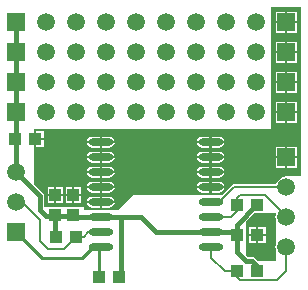
<source format=gtl>
%FSLAX24Y24*%
%MOIN*%
G70*
G01*
G75*
G04 Layer_Physical_Order=1*
G04 Layer_Color=255*
%ADD10R,0.0433X0.0394*%
%ADD11R,0.0394X0.0433*%
%ADD12O,0.0807X0.0236*%
%ADD13C,0.0150*%
%ADD14C,0.0080*%
%ADD15C,0.0100*%
%ADD16R,0.0591X0.0591*%
%ADD17C,0.0591*%
%ADD18C,0.0320*%
G36*
X30000Y37900D02*
Y36360D01*
X29500D01*
Y36358D01*
X29407Y36346D01*
X29321Y36310D01*
X29247Y36253D01*
X29190Y36179D01*
X29161Y36110D01*
X27720D01*
X27691Y36081D01*
X27678Y36072D01*
X27356Y35750D01*
X24387D01*
X24394Y35734D01*
X23910Y35250D01*
X22750D01*
Y35350D01*
X21438Y35351D01*
Y35700D01*
X21438Y35700D01*
X21427Y35753D01*
X21397Y35797D01*
X21090Y36105D01*
Y37343D01*
X21095D01*
Y37600D01*
Y37857D01*
X21090D01*
Y37950D01*
X29000D01*
Y42000D01*
X30000D01*
Y37900D01*
D02*
G37*
G36*
X29150Y35063D02*
X29142Y35000D01*
X29150Y34937D01*
Y34063D01*
X29142Y34000D01*
X29150Y33937D01*
Y33550D01*
X28545D01*
X28447Y33647D01*
X28403Y33677D01*
X28350Y33688D01*
X28207D01*
X28150Y33745D01*
Y34855D01*
X28438Y35143D01*
X28811D01*
Y35150D01*
X29150D01*
Y35063D01*
D02*
G37*
%LPC*%
G36*
X23605Y36182D02*
X23359D01*
Y36040D01*
X23778D01*
X23772Y36070D01*
X23733Y36128D01*
X23674Y36168D01*
X23605Y36182D01*
D02*
G37*
G36*
X26941D02*
X26695D01*
X26626Y36168D01*
X26567Y36128D01*
X26528Y36070D01*
X26522Y36040D01*
X26941D01*
Y36182D01*
D02*
G37*
G36*
X23279Y36460D02*
X22860D01*
X22866Y36430D01*
X22905Y36372D01*
X22964Y36332D01*
X23034Y36318D01*
X23279D01*
Y36460D01*
D02*
G37*
G36*
X27266Y36182D02*
X27021D01*
Y36040D01*
X27440D01*
X27434Y36070D01*
X27395Y36128D01*
X27336Y36168D01*
X27266Y36182D01*
D02*
G37*
G36*
X26941Y35960D02*
X26522D01*
X26528Y35931D01*
X26567Y35872D01*
X26626Y35832D01*
X26695Y35818D01*
X26941D01*
Y35960D01*
D02*
G37*
G36*
X23778D02*
X23359D01*
Y35818D01*
X23605D01*
X23674Y35832D01*
X23733Y35872D01*
X23772Y35931D01*
X23778Y35960D01*
D02*
G37*
G36*
X23279Y36182D02*
X23034D01*
X22964Y36168D01*
X22905Y36128D01*
X22866Y36070D01*
X22860Y36040D01*
X23279D01*
Y36182D01*
D02*
G37*
G36*
X27440Y35960D02*
X27021D01*
Y35818D01*
X27266D01*
X27336Y35832D01*
X27395Y35872D01*
X27434Y35931D01*
X27440Y35960D01*
D02*
G37*
G36*
X23778Y36460D02*
X23359D01*
Y36318D01*
X23605D01*
X23674Y36332D01*
X23733Y36372D01*
X23772Y36430D01*
X23778Y36460D01*
D02*
G37*
G36*
X27266Y36682D02*
X27021D01*
Y36540D01*
X27440D01*
X27434Y36569D01*
X27395Y36628D01*
X27336Y36668D01*
X27266Y36682D01*
D02*
G37*
G36*
X26941D02*
X26695D01*
X26626Y36668D01*
X26567Y36628D01*
X26528Y36569D01*
X26522Y36540D01*
X26941D01*
Y36682D01*
D02*
G37*
G36*
X29855Y36960D02*
X29540D01*
Y36645D01*
X29855D01*
Y36960D01*
D02*
G37*
G36*
X29460D02*
X29145D01*
Y36645D01*
X29460D01*
Y36960D01*
D02*
G37*
G36*
X27440Y36460D02*
X27021D01*
Y36318D01*
X27266D01*
X27336Y36332D01*
X27395Y36372D01*
X27434Y36430D01*
X27440Y36460D01*
D02*
G37*
G36*
X26941D02*
X26522D01*
X26528Y36430D01*
X26567Y36372D01*
X26626Y36332D01*
X26695Y36318D01*
X26941D01*
Y36460D01*
D02*
G37*
G36*
X23605Y36682D02*
X23359D01*
Y36540D01*
X23778D01*
X23772Y36569D01*
X23733Y36628D01*
X23674Y36668D01*
X23605Y36682D01*
D02*
G37*
G36*
X23279D02*
X23034D01*
X22964Y36668D01*
X22905Y36628D01*
X22866Y36569D01*
X22860Y36540D01*
X23279D01*
Y36682D01*
D02*
G37*
G36*
X23778Y35460D02*
X23359D01*
Y35318D01*
X23605D01*
X23674Y35332D01*
X23733Y35372D01*
X23772Y35431D01*
X23778Y35460D01*
D02*
G37*
G36*
X23279D02*
X22860D01*
X22866Y35431D01*
X22905Y35372D01*
X22964Y35332D01*
X23034Y35318D01*
X23279D01*
Y35460D01*
D02*
G37*
G36*
X22057Y35695D02*
X21840D01*
Y35458D01*
X22057D01*
Y35695D01*
D02*
G37*
G36*
X21760D02*
X21543D01*
Y35458D01*
X21760D01*
Y35695D01*
D02*
G37*
G36*
X28811Y34360D02*
X28575D01*
Y34143D01*
X28811D01*
Y34360D01*
D02*
G37*
G36*
X28495D02*
X28258D01*
Y34143D01*
X28495D01*
Y34360D01*
D02*
G37*
G36*
X28811Y34657D02*
X28575D01*
Y34440D01*
X28811D01*
Y34657D01*
D02*
G37*
G36*
X28495D02*
X28258D01*
Y34440D01*
X28495D01*
Y34657D01*
D02*
G37*
G36*
X22360Y35695D02*
X22143D01*
Y35458D01*
X22360D01*
Y35695D01*
D02*
G37*
G36*
Y36011D02*
X22143D01*
Y35775D01*
X22360D01*
Y36011D01*
D02*
G37*
G36*
X22057D02*
X21840D01*
Y35775D01*
X22057D01*
Y36011D01*
D02*
G37*
G36*
X23279Y35960D02*
X22860D01*
X22866Y35931D01*
X22905Y35872D01*
X22964Y35832D01*
X23034Y35818D01*
X23279D01*
Y35960D01*
D02*
G37*
G36*
X22657Y36011D02*
X22440D01*
Y35775D01*
X22657D01*
Y36011D01*
D02*
G37*
G36*
X23279Y35682D02*
X23034D01*
X22964Y35668D01*
X22905Y35628D01*
X22866Y35570D01*
X22860Y35540D01*
X23279D01*
Y35682D01*
D02*
G37*
G36*
X22657Y35695D02*
X22440D01*
Y35458D01*
X22657D01*
Y35695D01*
D02*
G37*
G36*
X21760Y36011D02*
X21543D01*
Y35775D01*
X21760D01*
Y36011D01*
D02*
G37*
G36*
X23605Y35682D02*
X23359D01*
Y35540D01*
X23778D01*
X23772Y35570D01*
X23733Y35628D01*
X23674Y35668D01*
X23605Y35682D01*
D02*
G37*
G36*
X29460Y39460D02*
X29145D01*
Y39145D01*
X29460D01*
Y39460D01*
D02*
G37*
G36*
X29855Y38855D02*
X29540D01*
Y38540D01*
X29855D01*
Y38855D01*
D02*
G37*
G36*
X29460Y39855D02*
X29145D01*
Y39540D01*
X29460D01*
Y39855D01*
D02*
G37*
G36*
X29855Y39460D02*
X29540D01*
Y39145D01*
X29855D01*
Y39460D01*
D02*
G37*
G36*
X29460Y38855D02*
X29145D01*
Y38540D01*
X29460D01*
Y38855D01*
D02*
G37*
G36*
X21411Y37857D02*
X21175D01*
Y37640D01*
X21411D01*
Y37857D01*
D02*
G37*
G36*
X27266Y37682D02*
X27021D01*
Y37540D01*
X27440D01*
X27434Y37569D01*
X27395Y37628D01*
X27336Y37668D01*
X27266Y37682D01*
D02*
G37*
G36*
X29855Y38460D02*
X29540D01*
Y38145D01*
X29855D01*
Y38460D01*
D02*
G37*
G36*
X29460D02*
X29145D01*
Y38145D01*
X29460D01*
Y38460D01*
D02*
G37*
G36*
X29855Y41460D02*
X29540D01*
Y41145D01*
X29855D01*
Y41460D01*
D02*
G37*
G36*
X29460D02*
X29145D01*
Y41145D01*
X29460D01*
Y41460D01*
D02*
G37*
G36*
X29855Y41855D02*
X29540D01*
Y41540D01*
X29855D01*
Y41855D01*
D02*
G37*
G36*
X29460D02*
X29145D01*
Y41540D01*
X29460D01*
Y41855D01*
D02*
G37*
G36*
X29855Y40855D02*
X29540D01*
Y40540D01*
X29855D01*
Y40855D01*
D02*
G37*
G36*
X29460Y40460D02*
X29145D01*
Y40145D01*
X29460D01*
Y40460D01*
D02*
G37*
G36*
X29855Y39855D02*
X29540D01*
Y39540D01*
X29855D01*
Y39855D01*
D02*
G37*
G36*
X29460Y40855D02*
X29145D01*
Y40540D01*
X29460D01*
Y40855D01*
D02*
G37*
G36*
X29855Y40460D02*
X29540D01*
Y40145D01*
X29855D01*
Y40460D01*
D02*
G37*
G36*
X26941Y37182D02*
X26695D01*
X26626Y37168D01*
X26567Y37128D01*
X26528Y37069D01*
X26522Y37040D01*
X26941D01*
Y37182D01*
D02*
G37*
G36*
X23605D02*
X23359D01*
Y37040D01*
X23778D01*
X23772Y37069D01*
X23733Y37128D01*
X23674Y37168D01*
X23605Y37182D01*
D02*
G37*
G36*
X29460Y37355D02*
X29145D01*
Y37040D01*
X29460D01*
Y37355D01*
D02*
G37*
G36*
X27266Y37182D02*
X27021D01*
Y37040D01*
X27440D01*
X27434Y37069D01*
X27395Y37128D01*
X27336Y37168D01*
X27266Y37182D01*
D02*
G37*
G36*
X23279D02*
X23034D01*
X22964Y37168D01*
X22905Y37128D01*
X22866Y37069D01*
X22860Y37040D01*
X23279D01*
Y37182D01*
D02*
G37*
G36*
X23778Y36960D02*
X23359D01*
Y36818D01*
X23605D01*
X23674Y36832D01*
X23733Y36872D01*
X23772Y36930D01*
X23778Y36960D01*
D02*
G37*
G36*
X23279D02*
X22860D01*
X22866Y36930D01*
X22905Y36872D01*
X22964Y36832D01*
X23034Y36818D01*
X23279D01*
Y36960D01*
D02*
G37*
G36*
X27440D02*
X27021D01*
Y36818D01*
X27266D01*
X27336Y36832D01*
X27395Y36872D01*
X27434Y36930D01*
X27440Y36960D01*
D02*
G37*
G36*
X26941D02*
X26522D01*
X26528Y36930D01*
X26567Y36872D01*
X26626Y36832D01*
X26695Y36818D01*
X26941D01*
Y36960D01*
D02*
G37*
G36*
X23279Y37682D02*
X23034D01*
X22964Y37668D01*
X22905Y37628D01*
X22866Y37569D01*
X22860Y37540D01*
X23279D01*
Y37682D01*
D02*
G37*
G36*
X21411Y37560D02*
X21175D01*
Y37343D01*
X21411D01*
Y37560D01*
D02*
G37*
G36*
X26941Y37682D02*
X26695D01*
X26626Y37668D01*
X26567Y37628D01*
X26528Y37569D01*
X26522Y37540D01*
X26941D01*
Y37682D01*
D02*
G37*
G36*
X23605D02*
X23359D01*
Y37540D01*
X23778D01*
X23772Y37569D01*
X23733Y37628D01*
X23674Y37668D01*
X23605Y37682D01*
D02*
G37*
G36*
X27440Y37460D02*
X27021D01*
Y37318D01*
X27266D01*
X27336Y37332D01*
X27395Y37372D01*
X27434Y37431D01*
X27440Y37460D01*
D02*
G37*
G36*
X23279D02*
X22860D01*
X22866Y37431D01*
X22905Y37372D01*
X22964Y37332D01*
X23034Y37318D01*
X23279D01*
Y37460D01*
D02*
G37*
G36*
X29855Y37355D02*
X29540D01*
Y37040D01*
X29855D01*
Y37355D01*
D02*
G37*
G36*
X26941Y37460D02*
X26522D01*
X26528Y37431D01*
X26567Y37372D01*
X26626Y37332D01*
X26695Y37318D01*
X26941D01*
Y37460D01*
D02*
G37*
G36*
X23778D02*
X23359D01*
Y37318D01*
X23605D01*
X23674Y37332D01*
X23733Y37372D01*
X23772Y37431D01*
X23778Y37460D01*
D02*
G37*
%LPD*%
D10*
X21815Y34350D02*
D03*
X22485D02*
D03*
X21135Y37600D02*
D03*
X20465D02*
D03*
X27865Y33200D02*
D03*
X28535D02*
D03*
X28535Y34400D02*
D03*
X27865D02*
D03*
X28535Y35400D02*
D03*
X27865D02*
D03*
X23935Y33000D02*
D03*
X23265D02*
D03*
D11*
X21800Y35735D02*
D03*
Y35065D02*
D03*
X22400Y35735D02*
D03*
Y35065D02*
D03*
D12*
X23319Y37500D02*
D03*
Y37000D02*
D03*
Y36500D02*
D03*
Y36000D02*
D03*
Y35500D02*
D03*
Y35000D02*
D03*
Y34500D02*
D03*
Y34000D02*
D03*
X26981Y37500D02*
D03*
Y37000D02*
D03*
Y36500D02*
D03*
Y36000D02*
D03*
Y35500D02*
D03*
Y35000D02*
D03*
Y34500D02*
D03*
Y34000D02*
D03*
D13*
X25150Y34500D02*
X27850D01*
X20500Y36500D02*
X21300Y35700D01*
Y35250D02*
Y35700D01*
Y35250D02*
X21500Y35050D01*
X24650Y35000D02*
X25150Y34500D01*
X21800Y34350D02*
Y35050D01*
X21500D02*
X22400D01*
X20500Y34450D02*
X20550D01*
X20500Y36500D02*
Y41500D01*
X27850Y33850D02*
X28150Y33550D01*
X28350D01*
X28550Y33350D01*
X27850Y34750D02*
X28500Y35400D01*
X24000Y33000D02*
Y35000D01*
X22450D02*
X24650D01*
X27850Y33850D02*
Y34750D01*
D14*
X22400Y35050D02*
X22450Y35000D01*
X22900Y34500D02*
X23300D01*
X22750Y34350D02*
X22900Y34500D01*
X22500Y34350D02*
X22750D01*
X20500Y35500D02*
X20700D01*
X21300Y34900D01*
Y34200D02*
Y34900D01*
Y34200D02*
X21550Y33950D01*
X22100D01*
X22500Y34350D01*
X27650Y35000D02*
X27850Y35200D01*
Y35650D02*
X27950Y35750D01*
X28800D01*
X29500Y35050D01*
X27000Y35000D02*
X27650D01*
X27850Y35200D02*
Y35650D01*
X27050Y35500D02*
X27250D01*
X27750Y36000D01*
X29500D01*
X27000Y33650D02*
X27450Y33200D01*
X27850D01*
Y33000D02*
Y33200D01*
Y33000D02*
X27950Y32900D01*
X29200D01*
X29500Y33200D01*
Y33950D01*
X27000Y33650D02*
Y34000D01*
D15*
X23250Y33000D02*
Y34000D01*
X20550Y34450D02*
X21350Y33650D01*
X22700D01*
X23050Y34000D01*
D16*
X29500Y37000D02*
D03*
X20500Y34500D02*
D03*
X29500Y41500D02*
D03*
Y40500D02*
D03*
Y39500D02*
D03*
Y38500D02*
D03*
X20500Y40500D02*
D03*
Y39500D02*
D03*
Y38500D02*
D03*
Y41500D02*
D03*
D17*
X29500Y36000D02*
D03*
Y35000D02*
D03*
Y34000D02*
D03*
X20500Y36500D02*
D03*
Y35500D02*
D03*
X21500Y41500D02*
D03*
X22500D02*
D03*
X21500Y40500D02*
D03*
X22500D02*
D03*
Y39500D02*
D03*
X21500D02*
D03*
Y38500D02*
D03*
X22500D02*
D03*
X25500D02*
D03*
X24500D02*
D03*
Y39500D02*
D03*
X25500D02*
D03*
Y40500D02*
D03*
X24500D02*
D03*
X25500Y41500D02*
D03*
X24500D02*
D03*
X23500D02*
D03*
Y38500D02*
D03*
Y39500D02*
D03*
Y40500D02*
D03*
X28500Y38500D02*
D03*
X27500D02*
D03*
Y39500D02*
D03*
X28500D02*
D03*
Y40500D02*
D03*
X27500D02*
D03*
X28500Y41500D02*
D03*
X27500D02*
D03*
X26500D02*
D03*
Y38500D02*
D03*
Y39500D02*
D03*
Y40500D02*
D03*
D18*
X21750Y37750D02*
D03*
X22250D02*
D03*
Y37250D02*
D03*
X21750D02*
D03*
Y36750D02*
D03*
X22250D02*
D03*
X21250D02*
D03*
Y36250D02*
D03*
X21750D02*
D03*
X22250D02*
D03*
X27750Y37750D02*
D03*
X28500D02*
D03*
Y37250D02*
D03*
X27750D02*
D03*
Y36750D02*
D03*
X28500D02*
D03*
X24500Y37500D02*
D03*
X25750D02*
D03*
Y36750D02*
D03*
X24500D02*
D03*
Y36000D02*
D03*
X25750D02*
D03*
X28450Y34850D02*
D03*
Y33900D02*
D03*
X28900D02*
D03*
Y34850D02*
D03*
M02*

</source>
